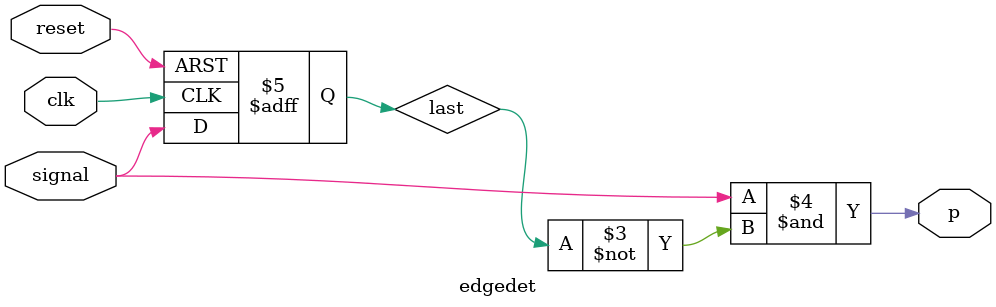
<source format=v>
module clock(clk, reset);
	output reg clk;
	output reg reset;

	initial begin
		clk = 0;
		reset = 0;
		#50 reset = 1;
	end

	always
//		#5 clk = ~clk;
		#10 clk = ~clk;
endmodule

module edgedet(clk, reset, signal, p);
	input wire clk;
	input wire reset;
	input wire signal;
	output wire p;

	reg last;
	always @(posedge clk or negedge reset) begin
		if(~reset)
			last <= 0;
		else
			last <= signal;
	end

	assign p = signal & ~last;
endmodule

</source>
